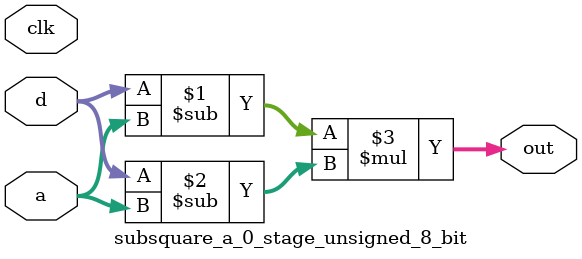
<source format=sv>
(* use_dsp = "yes" *) module subsquare_a_0_stage_unsigned_8_bit(
	input  [7:0] a,
	input  [7:0] d,
	output [7:0] out,
	input clk);

	assign out = (d - a) * (d - a);
endmodule

</source>
